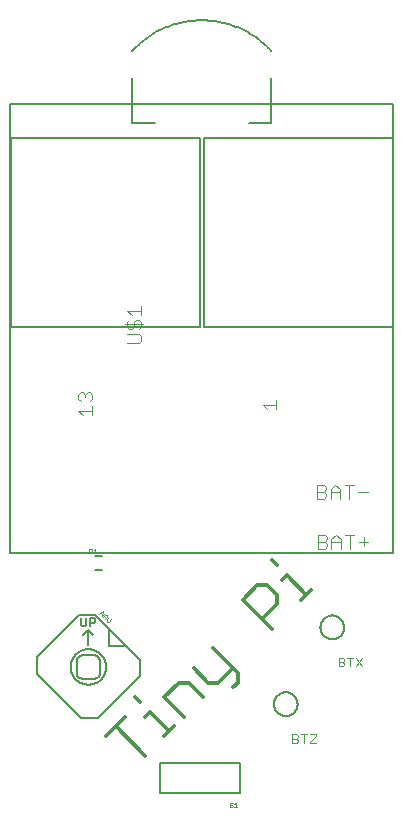
<source format=gto>
G75*
%MOIN*%
%OFA0B0*%
%FSLAX25Y25*%
%IPPOS*%
%LPD*%
%AMOC8*
5,1,8,0,0,1.08239X$1,22.5*
%
%ADD10C,0.01200*%
%ADD11C,0.00100*%
%ADD12C,0.00800*%
%ADD13C,0.00600*%
%ADD14C,0.00400*%
%ADD15C,0.00500*%
%ADD16C,0.00300*%
D10*
X0033500Y0029585D02*
X0040011Y0036096D01*
X0036755Y0032840D02*
X0046522Y0023074D01*
X0046522Y0036096D02*
X0048150Y0037724D01*
X0054661Y0031213D01*
X0056288Y0032840D02*
X0053033Y0029585D01*
X0059544Y0036096D02*
X0053033Y0042607D01*
X0057916Y0047490D01*
X0061171Y0047490D01*
X0066055Y0042607D01*
X0067682Y0047490D02*
X0070938Y0047490D01*
X0075821Y0052373D01*
X0077449Y0050746D02*
X0077449Y0047490D01*
X0075821Y0045862D01*
X0077449Y0050746D02*
X0069310Y0058884D01*
X0062799Y0052373D02*
X0067682Y0047490D01*
X0088843Y0065395D02*
X0079077Y0075162D01*
X0083960Y0080045D01*
X0087215Y0080045D01*
X0090471Y0076789D01*
X0090471Y0073534D01*
X0085587Y0068651D01*
X0092098Y0081673D02*
X0093726Y0083300D01*
X0100237Y0076789D01*
X0098609Y0075162D02*
X0101865Y0078417D01*
X0090471Y0086556D02*
X0088843Y0088183D01*
X0043266Y0042607D02*
X0044894Y0040979D01*
D11*
X0034513Y0067818D02*
X0033806Y0067818D01*
X0033806Y0068525D01*
X0034513Y0069233D01*
X0033825Y0069213D02*
X0033118Y0068506D01*
X0033648Y0069036D02*
X0032941Y0069744D01*
X0033118Y0069921D02*
X0033825Y0069921D01*
X0033825Y0069213D01*
X0033118Y0069921D02*
X0032410Y0069213D01*
X0032076Y0069547D02*
X0033138Y0070609D01*
X0032430Y0071317D02*
X0032076Y0069547D01*
X0031368Y0070255D02*
X0032430Y0071317D01*
X0035221Y0068525D02*
X0034513Y0067818D01*
X0030503Y0090517D02*
X0029502Y0090517D01*
X0029029Y0090517D02*
X0028529Y0091017D01*
X0028779Y0091017D02*
X0028029Y0091017D01*
X0028029Y0090517D02*
X0028029Y0092018D01*
X0028779Y0092018D01*
X0029029Y0091768D01*
X0029029Y0091267D01*
X0028779Y0091017D01*
X0029502Y0091517D02*
X0030002Y0092018D01*
X0030002Y0090517D01*
X0075021Y0007457D02*
X0074771Y0007207D01*
X0074771Y0006956D01*
X0075021Y0006706D01*
X0075522Y0006706D01*
X0075772Y0006456D01*
X0075772Y0006206D01*
X0075522Y0005956D01*
X0075021Y0005956D01*
X0074771Y0006206D01*
X0075021Y0007457D02*
X0075522Y0007457D01*
X0075772Y0007207D01*
X0076244Y0006956D02*
X0076745Y0007457D01*
X0076745Y0005956D01*
X0077245Y0005956D02*
X0076244Y0005956D01*
D12*
X0025312Y0035596D02*
X0010558Y0050350D01*
X0010558Y0055918D01*
X0024477Y0069837D01*
X0030045Y0069837D01*
X0034638Y0065244D01*
X0040206Y0059676D01*
X0034638Y0059676D01*
X0034638Y0065244D01*
X0029349Y0063295D02*
X0027679Y0064966D01*
X0026008Y0063295D01*
X0027679Y0064966D02*
X0027679Y0059955D01*
X0029607Y0056614D02*
X0025750Y0056614D01*
X0025664Y0056612D01*
X0025578Y0056607D01*
X0025493Y0056597D01*
X0025408Y0056584D01*
X0025324Y0056567D01*
X0025240Y0056547D01*
X0025158Y0056523D01*
X0025077Y0056495D01*
X0024996Y0056464D01*
X0024918Y0056430D01*
X0024841Y0056392D01*
X0024766Y0056350D01*
X0024692Y0056306D01*
X0024621Y0056258D01*
X0024551Y0056207D01*
X0024484Y0056153D01*
X0024420Y0056097D01*
X0024358Y0056037D01*
X0024298Y0055975D01*
X0024242Y0055911D01*
X0024188Y0055844D01*
X0024137Y0055774D01*
X0024089Y0055703D01*
X0024045Y0055630D01*
X0024003Y0055554D01*
X0023965Y0055477D01*
X0023931Y0055399D01*
X0023900Y0055318D01*
X0023872Y0055237D01*
X0023848Y0055155D01*
X0023828Y0055071D01*
X0023811Y0054987D01*
X0023798Y0054902D01*
X0023788Y0054817D01*
X0023783Y0054731D01*
X0023781Y0054645D01*
X0023781Y0050788D01*
X0023783Y0050702D01*
X0023788Y0050616D01*
X0023798Y0050531D01*
X0023811Y0050446D01*
X0023828Y0050362D01*
X0023848Y0050278D01*
X0023872Y0050196D01*
X0023900Y0050115D01*
X0023931Y0050034D01*
X0023965Y0049956D01*
X0024003Y0049879D01*
X0024045Y0049804D01*
X0024089Y0049730D01*
X0024137Y0049659D01*
X0024188Y0049589D01*
X0024242Y0049522D01*
X0024298Y0049458D01*
X0024358Y0049396D01*
X0024420Y0049336D01*
X0024484Y0049280D01*
X0024551Y0049226D01*
X0024621Y0049175D01*
X0024692Y0049127D01*
X0024765Y0049083D01*
X0024841Y0049041D01*
X0024918Y0049003D01*
X0024996Y0048969D01*
X0025077Y0048938D01*
X0025158Y0048910D01*
X0025240Y0048886D01*
X0025324Y0048866D01*
X0025408Y0048849D01*
X0025493Y0048836D01*
X0025578Y0048826D01*
X0025664Y0048821D01*
X0025750Y0048819D01*
X0029607Y0048819D01*
X0029693Y0048821D01*
X0029779Y0048826D01*
X0029864Y0048836D01*
X0029949Y0048849D01*
X0030033Y0048866D01*
X0030117Y0048886D01*
X0030199Y0048910D01*
X0030280Y0048938D01*
X0030361Y0048969D01*
X0030439Y0049003D01*
X0030516Y0049041D01*
X0030592Y0049083D01*
X0030665Y0049127D01*
X0030736Y0049175D01*
X0030806Y0049226D01*
X0030873Y0049280D01*
X0030937Y0049336D01*
X0030999Y0049396D01*
X0031059Y0049458D01*
X0031115Y0049522D01*
X0031169Y0049589D01*
X0031220Y0049659D01*
X0031268Y0049730D01*
X0031312Y0049804D01*
X0031354Y0049879D01*
X0031392Y0049956D01*
X0031426Y0050034D01*
X0031457Y0050115D01*
X0031485Y0050196D01*
X0031509Y0050278D01*
X0031529Y0050362D01*
X0031546Y0050446D01*
X0031559Y0050531D01*
X0031569Y0050616D01*
X0031574Y0050702D01*
X0031576Y0050788D01*
X0031576Y0054645D01*
X0031574Y0054731D01*
X0031569Y0054817D01*
X0031559Y0054902D01*
X0031546Y0054987D01*
X0031529Y0055071D01*
X0031509Y0055155D01*
X0031485Y0055237D01*
X0031457Y0055318D01*
X0031426Y0055399D01*
X0031392Y0055477D01*
X0031354Y0055554D01*
X0031312Y0055630D01*
X0031268Y0055703D01*
X0031220Y0055774D01*
X0031169Y0055844D01*
X0031115Y0055911D01*
X0031059Y0055975D01*
X0030999Y0056037D01*
X0030937Y0056097D01*
X0030873Y0056153D01*
X0030806Y0056207D01*
X0030736Y0056258D01*
X0030665Y0056306D01*
X0030592Y0056350D01*
X0030516Y0056392D01*
X0030439Y0056430D01*
X0030361Y0056464D01*
X0030280Y0056495D01*
X0030199Y0056523D01*
X0030117Y0056547D01*
X0030033Y0056567D01*
X0029949Y0056584D01*
X0029864Y0056597D01*
X0029779Y0056607D01*
X0029693Y0056612D01*
X0029607Y0056614D01*
X0021773Y0052717D02*
X0021775Y0052870D01*
X0021781Y0053024D01*
X0021791Y0053177D01*
X0021805Y0053329D01*
X0021823Y0053482D01*
X0021845Y0053633D01*
X0021870Y0053784D01*
X0021900Y0053935D01*
X0021934Y0054085D01*
X0021971Y0054233D01*
X0022012Y0054381D01*
X0022057Y0054527D01*
X0022106Y0054673D01*
X0022159Y0054817D01*
X0022215Y0054959D01*
X0022275Y0055100D01*
X0022339Y0055240D01*
X0022406Y0055378D01*
X0022477Y0055514D01*
X0022552Y0055648D01*
X0022629Y0055780D01*
X0022711Y0055910D01*
X0022795Y0056038D01*
X0022883Y0056164D01*
X0022974Y0056287D01*
X0023068Y0056408D01*
X0023166Y0056526D01*
X0023266Y0056642D01*
X0023370Y0056755D01*
X0023476Y0056866D01*
X0023585Y0056974D01*
X0023697Y0057079D01*
X0023811Y0057180D01*
X0023929Y0057279D01*
X0024048Y0057375D01*
X0024170Y0057468D01*
X0024295Y0057557D01*
X0024422Y0057644D01*
X0024551Y0057726D01*
X0024682Y0057806D01*
X0024815Y0057882D01*
X0024950Y0057955D01*
X0025087Y0058024D01*
X0025226Y0058089D01*
X0025366Y0058151D01*
X0025508Y0058209D01*
X0025651Y0058264D01*
X0025796Y0058315D01*
X0025942Y0058362D01*
X0026089Y0058405D01*
X0026237Y0058444D01*
X0026386Y0058480D01*
X0026536Y0058511D01*
X0026687Y0058539D01*
X0026838Y0058563D01*
X0026991Y0058583D01*
X0027143Y0058599D01*
X0027296Y0058611D01*
X0027449Y0058619D01*
X0027602Y0058623D01*
X0027756Y0058623D01*
X0027909Y0058619D01*
X0028062Y0058611D01*
X0028215Y0058599D01*
X0028367Y0058583D01*
X0028520Y0058563D01*
X0028671Y0058539D01*
X0028822Y0058511D01*
X0028972Y0058480D01*
X0029121Y0058444D01*
X0029269Y0058405D01*
X0029416Y0058362D01*
X0029562Y0058315D01*
X0029707Y0058264D01*
X0029850Y0058209D01*
X0029992Y0058151D01*
X0030132Y0058089D01*
X0030271Y0058024D01*
X0030408Y0057955D01*
X0030543Y0057882D01*
X0030676Y0057806D01*
X0030807Y0057726D01*
X0030936Y0057644D01*
X0031063Y0057557D01*
X0031188Y0057468D01*
X0031310Y0057375D01*
X0031429Y0057279D01*
X0031547Y0057180D01*
X0031661Y0057079D01*
X0031773Y0056974D01*
X0031882Y0056866D01*
X0031988Y0056755D01*
X0032092Y0056642D01*
X0032192Y0056526D01*
X0032290Y0056408D01*
X0032384Y0056287D01*
X0032475Y0056164D01*
X0032563Y0056038D01*
X0032647Y0055910D01*
X0032729Y0055780D01*
X0032806Y0055648D01*
X0032881Y0055514D01*
X0032952Y0055378D01*
X0033019Y0055240D01*
X0033083Y0055100D01*
X0033143Y0054959D01*
X0033199Y0054817D01*
X0033252Y0054673D01*
X0033301Y0054527D01*
X0033346Y0054381D01*
X0033387Y0054233D01*
X0033424Y0054085D01*
X0033458Y0053935D01*
X0033488Y0053784D01*
X0033513Y0053633D01*
X0033535Y0053482D01*
X0033553Y0053329D01*
X0033567Y0053177D01*
X0033577Y0053024D01*
X0033583Y0052870D01*
X0033585Y0052717D01*
X0033583Y0052564D01*
X0033577Y0052410D01*
X0033567Y0052257D01*
X0033553Y0052105D01*
X0033535Y0051952D01*
X0033513Y0051801D01*
X0033488Y0051650D01*
X0033458Y0051499D01*
X0033424Y0051349D01*
X0033387Y0051201D01*
X0033346Y0051053D01*
X0033301Y0050907D01*
X0033252Y0050761D01*
X0033199Y0050617D01*
X0033143Y0050475D01*
X0033083Y0050334D01*
X0033019Y0050194D01*
X0032952Y0050056D01*
X0032881Y0049920D01*
X0032806Y0049786D01*
X0032729Y0049654D01*
X0032647Y0049524D01*
X0032563Y0049396D01*
X0032475Y0049270D01*
X0032384Y0049147D01*
X0032290Y0049026D01*
X0032192Y0048908D01*
X0032092Y0048792D01*
X0031988Y0048679D01*
X0031882Y0048568D01*
X0031773Y0048460D01*
X0031661Y0048355D01*
X0031547Y0048254D01*
X0031429Y0048155D01*
X0031310Y0048059D01*
X0031188Y0047966D01*
X0031063Y0047877D01*
X0030936Y0047790D01*
X0030807Y0047708D01*
X0030676Y0047628D01*
X0030543Y0047552D01*
X0030408Y0047479D01*
X0030271Y0047410D01*
X0030132Y0047345D01*
X0029992Y0047283D01*
X0029850Y0047225D01*
X0029707Y0047170D01*
X0029562Y0047119D01*
X0029416Y0047072D01*
X0029269Y0047029D01*
X0029121Y0046990D01*
X0028972Y0046954D01*
X0028822Y0046923D01*
X0028671Y0046895D01*
X0028520Y0046871D01*
X0028367Y0046851D01*
X0028215Y0046835D01*
X0028062Y0046823D01*
X0027909Y0046815D01*
X0027756Y0046811D01*
X0027602Y0046811D01*
X0027449Y0046815D01*
X0027296Y0046823D01*
X0027143Y0046835D01*
X0026991Y0046851D01*
X0026838Y0046871D01*
X0026687Y0046895D01*
X0026536Y0046923D01*
X0026386Y0046954D01*
X0026237Y0046990D01*
X0026089Y0047029D01*
X0025942Y0047072D01*
X0025796Y0047119D01*
X0025651Y0047170D01*
X0025508Y0047225D01*
X0025366Y0047283D01*
X0025226Y0047345D01*
X0025087Y0047410D01*
X0024950Y0047479D01*
X0024815Y0047552D01*
X0024682Y0047628D01*
X0024551Y0047708D01*
X0024422Y0047790D01*
X0024295Y0047877D01*
X0024170Y0047966D01*
X0024048Y0048059D01*
X0023929Y0048155D01*
X0023811Y0048254D01*
X0023697Y0048355D01*
X0023585Y0048460D01*
X0023476Y0048568D01*
X0023370Y0048679D01*
X0023266Y0048792D01*
X0023166Y0048908D01*
X0023068Y0049026D01*
X0022974Y0049147D01*
X0022883Y0049270D01*
X0022795Y0049396D01*
X0022711Y0049524D01*
X0022629Y0049654D01*
X0022552Y0049786D01*
X0022477Y0049920D01*
X0022406Y0050056D01*
X0022339Y0050194D01*
X0022275Y0050334D01*
X0022215Y0050475D01*
X0022159Y0050617D01*
X0022106Y0050761D01*
X0022057Y0050907D01*
X0022012Y0051053D01*
X0021971Y0051201D01*
X0021934Y0051349D01*
X0021900Y0051499D01*
X0021870Y0051650D01*
X0021845Y0051801D01*
X0021823Y0051952D01*
X0021805Y0052105D01*
X0021791Y0052257D01*
X0021781Y0052410D01*
X0021775Y0052564D01*
X0021773Y0052717D01*
X0025312Y0035596D02*
X0030880Y0035596D01*
X0044799Y0049515D01*
X0044799Y0055083D01*
X0040206Y0059676D01*
X0051690Y0020835D02*
X0078068Y0020835D01*
X0078068Y0010598D01*
X0051690Y0010598D01*
X0051690Y0020835D01*
X0049730Y0233975D02*
X0042250Y0233975D01*
X0042250Y0249132D01*
X0042251Y0257991D02*
X0042776Y0258552D01*
X0043315Y0259099D01*
X0043867Y0259634D01*
X0044432Y0260155D01*
X0045010Y0260661D01*
X0045600Y0261154D01*
X0046201Y0261632D01*
X0046814Y0262095D01*
X0047439Y0262543D01*
X0048074Y0262976D01*
X0048719Y0263393D01*
X0049374Y0263795D01*
X0050039Y0264180D01*
X0050714Y0264548D01*
X0051396Y0264901D01*
X0052088Y0265236D01*
X0052787Y0265554D01*
X0053494Y0265856D01*
X0054208Y0266140D01*
X0054929Y0266406D01*
X0055656Y0266655D01*
X0056389Y0266886D01*
X0057127Y0267099D01*
X0057871Y0267294D01*
X0058618Y0267470D01*
X0059370Y0267628D01*
X0060126Y0267768D01*
X0060885Y0267890D01*
X0061646Y0267993D01*
X0062410Y0268077D01*
X0063176Y0268143D01*
X0063943Y0268189D01*
X0064711Y0268218D01*
X0065479Y0268227D01*
X0066247Y0268218D01*
X0067015Y0268189D01*
X0067782Y0268143D01*
X0068548Y0268077D01*
X0069312Y0267993D01*
X0070073Y0267890D01*
X0070832Y0267768D01*
X0071588Y0267628D01*
X0072340Y0267470D01*
X0073087Y0267294D01*
X0073831Y0267099D01*
X0074569Y0266886D01*
X0075302Y0266655D01*
X0076029Y0266406D01*
X0076750Y0266140D01*
X0077464Y0265856D01*
X0078171Y0265554D01*
X0078870Y0265236D01*
X0079562Y0264901D01*
X0080244Y0264548D01*
X0080919Y0264180D01*
X0081584Y0263795D01*
X0082239Y0263393D01*
X0082884Y0262976D01*
X0083519Y0262543D01*
X0084144Y0262095D01*
X0084757Y0261632D01*
X0085358Y0261154D01*
X0085948Y0260661D01*
X0086526Y0260155D01*
X0087091Y0259634D01*
X0087643Y0259099D01*
X0088182Y0258552D01*
X0088707Y0257991D01*
X0088707Y0249132D02*
X0088707Y0233975D01*
X0081227Y0233975D01*
D13*
X0032160Y0089579D02*
X0029797Y0089579D01*
X0029797Y0084854D02*
X0032160Y0084854D01*
X0029442Y0068981D02*
X0028141Y0068981D01*
X0028141Y0066379D01*
X0028141Y0067247D02*
X0029442Y0067247D01*
X0029876Y0067680D01*
X0029876Y0068548D01*
X0029442Y0068981D01*
X0026929Y0068981D02*
X0026929Y0066813D01*
X0026496Y0066379D01*
X0025628Y0066379D01*
X0025195Y0066813D01*
X0025195Y0068981D01*
D14*
X0025889Y0136583D02*
X0024354Y0138117D01*
X0028958Y0138117D01*
X0028958Y0136583D02*
X0028958Y0139652D01*
X0028191Y0141187D02*
X0028958Y0141954D01*
X0028958Y0143489D01*
X0028191Y0144256D01*
X0027423Y0144256D01*
X0026656Y0143489D01*
X0026656Y0142721D01*
X0026656Y0143489D02*
X0025889Y0144256D01*
X0025121Y0144256D01*
X0024354Y0143489D01*
X0024354Y0141954D01*
X0025121Y0141187D01*
X0039807Y0166855D02*
X0045946Y0166855D01*
X0045179Y0166088D02*
X0045179Y0167622D01*
X0044411Y0168390D01*
X0043644Y0168390D01*
X0042877Y0167622D01*
X0042877Y0166088D01*
X0042109Y0165320D01*
X0041342Y0165320D01*
X0040575Y0166088D01*
X0040575Y0167622D01*
X0041342Y0168390D01*
X0042109Y0169924D02*
X0040575Y0171459D01*
X0045179Y0171459D01*
X0045179Y0169924D02*
X0045179Y0172994D01*
X0045179Y0166088D02*
X0044411Y0165320D01*
X0044411Y0163786D02*
X0040575Y0163786D01*
X0040575Y0160717D02*
X0044411Y0160717D01*
X0045179Y0161484D01*
X0045179Y0163018D01*
X0044411Y0163786D01*
X0085771Y0140086D02*
X0090375Y0140086D01*
X0090375Y0141620D02*
X0090375Y0138551D01*
X0087306Y0138551D02*
X0085771Y0140086D01*
X0103905Y0113415D02*
X0103905Y0108811D01*
X0106207Y0108811D01*
X0106975Y0109578D01*
X0106975Y0110346D01*
X0106207Y0111113D01*
X0103905Y0111113D01*
X0103905Y0113415D02*
X0106207Y0113415D01*
X0106975Y0112648D01*
X0106975Y0111880D01*
X0106207Y0111113D01*
X0108509Y0111113D02*
X0111579Y0111113D01*
X0111579Y0111880D02*
X0111579Y0108811D01*
X0111579Y0111880D02*
X0110044Y0113415D01*
X0108509Y0111880D01*
X0108509Y0108811D01*
X0113113Y0113415D02*
X0116182Y0113415D01*
X0117717Y0111113D02*
X0120786Y0111113D01*
X0114648Y0108811D02*
X0114648Y0113415D01*
X0114848Y0096715D02*
X0114848Y0092111D01*
X0117917Y0094413D02*
X0120986Y0094413D01*
X0119452Y0095948D02*
X0119452Y0092878D01*
X0116382Y0096715D02*
X0113313Y0096715D01*
X0111779Y0095180D02*
X0111779Y0092111D01*
X0111779Y0094413D02*
X0108709Y0094413D01*
X0108709Y0095180D02*
X0110244Y0096715D01*
X0111779Y0095180D01*
X0108709Y0095180D02*
X0108709Y0092111D01*
X0107175Y0092878D02*
X0107175Y0093646D01*
X0106407Y0094413D01*
X0104105Y0094413D01*
X0104105Y0092111D02*
X0104105Y0096715D01*
X0106407Y0096715D01*
X0107175Y0095948D01*
X0107175Y0095180D01*
X0106407Y0094413D01*
X0107175Y0092878D02*
X0106407Y0092111D01*
X0104105Y0092111D01*
D15*
X0105042Y0065917D02*
X0105044Y0066042D01*
X0105050Y0066167D01*
X0105060Y0066291D01*
X0105074Y0066415D01*
X0105091Y0066539D01*
X0105113Y0066662D01*
X0105139Y0066784D01*
X0105168Y0066906D01*
X0105201Y0067026D01*
X0105239Y0067145D01*
X0105279Y0067264D01*
X0105324Y0067380D01*
X0105372Y0067495D01*
X0105424Y0067609D01*
X0105480Y0067721D01*
X0105539Y0067831D01*
X0105601Y0067939D01*
X0105667Y0068046D01*
X0105736Y0068150D01*
X0105809Y0068251D01*
X0105884Y0068351D01*
X0105963Y0068448D01*
X0106045Y0068542D01*
X0106130Y0068634D01*
X0106217Y0068723D01*
X0106308Y0068809D01*
X0106401Y0068892D01*
X0106497Y0068973D01*
X0106595Y0069050D01*
X0106695Y0069124D01*
X0106798Y0069195D01*
X0106903Y0069262D01*
X0107011Y0069327D01*
X0107120Y0069387D01*
X0107231Y0069445D01*
X0107344Y0069498D01*
X0107458Y0069548D01*
X0107574Y0069595D01*
X0107691Y0069637D01*
X0107810Y0069676D01*
X0107930Y0069712D01*
X0108051Y0069743D01*
X0108173Y0069771D01*
X0108295Y0069794D01*
X0108419Y0069814D01*
X0108543Y0069830D01*
X0108667Y0069842D01*
X0108792Y0069850D01*
X0108917Y0069854D01*
X0109041Y0069854D01*
X0109166Y0069850D01*
X0109291Y0069842D01*
X0109415Y0069830D01*
X0109539Y0069814D01*
X0109663Y0069794D01*
X0109785Y0069771D01*
X0109907Y0069743D01*
X0110028Y0069712D01*
X0110148Y0069676D01*
X0110267Y0069637D01*
X0110384Y0069595D01*
X0110500Y0069548D01*
X0110614Y0069498D01*
X0110727Y0069445D01*
X0110838Y0069387D01*
X0110948Y0069327D01*
X0111055Y0069262D01*
X0111160Y0069195D01*
X0111263Y0069124D01*
X0111363Y0069050D01*
X0111461Y0068973D01*
X0111557Y0068892D01*
X0111650Y0068809D01*
X0111741Y0068723D01*
X0111828Y0068634D01*
X0111913Y0068542D01*
X0111995Y0068448D01*
X0112074Y0068351D01*
X0112149Y0068251D01*
X0112222Y0068150D01*
X0112291Y0068046D01*
X0112357Y0067939D01*
X0112419Y0067831D01*
X0112478Y0067721D01*
X0112534Y0067609D01*
X0112586Y0067495D01*
X0112634Y0067380D01*
X0112679Y0067264D01*
X0112719Y0067145D01*
X0112757Y0067026D01*
X0112790Y0066906D01*
X0112819Y0066784D01*
X0112845Y0066662D01*
X0112867Y0066539D01*
X0112884Y0066415D01*
X0112898Y0066291D01*
X0112908Y0066167D01*
X0112914Y0066042D01*
X0112916Y0065917D01*
X0112914Y0065792D01*
X0112908Y0065667D01*
X0112898Y0065543D01*
X0112884Y0065419D01*
X0112867Y0065295D01*
X0112845Y0065172D01*
X0112819Y0065050D01*
X0112790Y0064928D01*
X0112757Y0064808D01*
X0112719Y0064689D01*
X0112679Y0064570D01*
X0112634Y0064454D01*
X0112586Y0064339D01*
X0112534Y0064225D01*
X0112478Y0064113D01*
X0112419Y0064003D01*
X0112357Y0063895D01*
X0112291Y0063788D01*
X0112222Y0063684D01*
X0112149Y0063583D01*
X0112074Y0063483D01*
X0111995Y0063386D01*
X0111913Y0063292D01*
X0111828Y0063200D01*
X0111741Y0063111D01*
X0111650Y0063025D01*
X0111557Y0062942D01*
X0111461Y0062861D01*
X0111363Y0062784D01*
X0111263Y0062710D01*
X0111160Y0062639D01*
X0111055Y0062572D01*
X0110947Y0062507D01*
X0110838Y0062447D01*
X0110727Y0062389D01*
X0110614Y0062336D01*
X0110500Y0062286D01*
X0110384Y0062239D01*
X0110267Y0062197D01*
X0110148Y0062158D01*
X0110028Y0062122D01*
X0109907Y0062091D01*
X0109785Y0062063D01*
X0109663Y0062040D01*
X0109539Y0062020D01*
X0109415Y0062004D01*
X0109291Y0061992D01*
X0109166Y0061984D01*
X0109041Y0061980D01*
X0108917Y0061980D01*
X0108792Y0061984D01*
X0108667Y0061992D01*
X0108543Y0062004D01*
X0108419Y0062020D01*
X0108295Y0062040D01*
X0108173Y0062063D01*
X0108051Y0062091D01*
X0107930Y0062122D01*
X0107810Y0062158D01*
X0107691Y0062197D01*
X0107574Y0062239D01*
X0107458Y0062286D01*
X0107344Y0062336D01*
X0107231Y0062389D01*
X0107120Y0062447D01*
X0107010Y0062507D01*
X0106903Y0062572D01*
X0106798Y0062639D01*
X0106695Y0062710D01*
X0106595Y0062784D01*
X0106497Y0062861D01*
X0106401Y0062942D01*
X0106308Y0063025D01*
X0106217Y0063111D01*
X0106130Y0063200D01*
X0106045Y0063292D01*
X0105963Y0063386D01*
X0105884Y0063483D01*
X0105809Y0063583D01*
X0105736Y0063684D01*
X0105667Y0063788D01*
X0105601Y0063895D01*
X0105539Y0064003D01*
X0105480Y0064113D01*
X0105424Y0064225D01*
X0105372Y0064339D01*
X0105324Y0064454D01*
X0105279Y0064570D01*
X0105239Y0064689D01*
X0105201Y0064808D01*
X0105168Y0064928D01*
X0105139Y0065050D01*
X0105113Y0065172D01*
X0105091Y0065295D01*
X0105074Y0065419D01*
X0105060Y0065543D01*
X0105050Y0065667D01*
X0105044Y0065792D01*
X0105042Y0065917D01*
X0089542Y0040317D02*
X0089544Y0040442D01*
X0089550Y0040567D01*
X0089560Y0040691D01*
X0089574Y0040815D01*
X0089591Y0040939D01*
X0089613Y0041062D01*
X0089639Y0041184D01*
X0089668Y0041306D01*
X0089701Y0041426D01*
X0089739Y0041545D01*
X0089779Y0041664D01*
X0089824Y0041780D01*
X0089872Y0041895D01*
X0089924Y0042009D01*
X0089980Y0042121D01*
X0090039Y0042231D01*
X0090101Y0042339D01*
X0090167Y0042446D01*
X0090236Y0042550D01*
X0090309Y0042651D01*
X0090384Y0042751D01*
X0090463Y0042848D01*
X0090545Y0042942D01*
X0090630Y0043034D01*
X0090717Y0043123D01*
X0090808Y0043209D01*
X0090901Y0043292D01*
X0090997Y0043373D01*
X0091095Y0043450D01*
X0091195Y0043524D01*
X0091298Y0043595D01*
X0091403Y0043662D01*
X0091511Y0043727D01*
X0091620Y0043787D01*
X0091731Y0043845D01*
X0091844Y0043898D01*
X0091958Y0043948D01*
X0092074Y0043995D01*
X0092191Y0044037D01*
X0092310Y0044076D01*
X0092430Y0044112D01*
X0092551Y0044143D01*
X0092673Y0044171D01*
X0092795Y0044194D01*
X0092919Y0044214D01*
X0093043Y0044230D01*
X0093167Y0044242D01*
X0093292Y0044250D01*
X0093417Y0044254D01*
X0093541Y0044254D01*
X0093666Y0044250D01*
X0093791Y0044242D01*
X0093915Y0044230D01*
X0094039Y0044214D01*
X0094163Y0044194D01*
X0094285Y0044171D01*
X0094407Y0044143D01*
X0094528Y0044112D01*
X0094648Y0044076D01*
X0094767Y0044037D01*
X0094884Y0043995D01*
X0095000Y0043948D01*
X0095114Y0043898D01*
X0095227Y0043845D01*
X0095338Y0043787D01*
X0095448Y0043727D01*
X0095555Y0043662D01*
X0095660Y0043595D01*
X0095763Y0043524D01*
X0095863Y0043450D01*
X0095961Y0043373D01*
X0096057Y0043292D01*
X0096150Y0043209D01*
X0096241Y0043123D01*
X0096328Y0043034D01*
X0096413Y0042942D01*
X0096495Y0042848D01*
X0096574Y0042751D01*
X0096649Y0042651D01*
X0096722Y0042550D01*
X0096791Y0042446D01*
X0096857Y0042339D01*
X0096919Y0042231D01*
X0096978Y0042121D01*
X0097034Y0042009D01*
X0097086Y0041895D01*
X0097134Y0041780D01*
X0097179Y0041664D01*
X0097219Y0041545D01*
X0097257Y0041426D01*
X0097290Y0041306D01*
X0097319Y0041184D01*
X0097345Y0041062D01*
X0097367Y0040939D01*
X0097384Y0040815D01*
X0097398Y0040691D01*
X0097408Y0040567D01*
X0097414Y0040442D01*
X0097416Y0040317D01*
X0097414Y0040192D01*
X0097408Y0040067D01*
X0097398Y0039943D01*
X0097384Y0039819D01*
X0097367Y0039695D01*
X0097345Y0039572D01*
X0097319Y0039450D01*
X0097290Y0039328D01*
X0097257Y0039208D01*
X0097219Y0039089D01*
X0097179Y0038970D01*
X0097134Y0038854D01*
X0097086Y0038739D01*
X0097034Y0038625D01*
X0096978Y0038513D01*
X0096919Y0038403D01*
X0096857Y0038295D01*
X0096791Y0038188D01*
X0096722Y0038084D01*
X0096649Y0037983D01*
X0096574Y0037883D01*
X0096495Y0037786D01*
X0096413Y0037692D01*
X0096328Y0037600D01*
X0096241Y0037511D01*
X0096150Y0037425D01*
X0096057Y0037342D01*
X0095961Y0037261D01*
X0095863Y0037184D01*
X0095763Y0037110D01*
X0095660Y0037039D01*
X0095555Y0036972D01*
X0095447Y0036907D01*
X0095338Y0036847D01*
X0095227Y0036789D01*
X0095114Y0036736D01*
X0095000Y0036686D01*
X0094884Y0036639D01*
X0094767Y0036597D01*
X0094648Y0036558D01*
X0094528Y0036522D01*
X0094407Y0036491D01*
X0094285Y0036463D01*
X0094163Y0036440D01*
X0094039Y0036420D01*
X0093915Y0036404D01*
X0093791Y0036392D01*
X0093666Y0036384D01*
X0093541Y0036380D01*
X0093417Y0036380D01*
X0093292Y0036384D01*
X0093167Y0036392D01*
X0093043Y0036404D01*
X0092919Y0036420D01*
X0092795Y0036440D01*
X0092673Y0036463D01*
X0092551Y0036491D01*
X0092430Y0036522D01*
X0092310Y0036558D01*
X0092191Y0036597D01*
X0092074Y0036639D01*
X0091958Y0036686D01*
X0091844Y0036736D01*
X0091731Y0036789D01*
X0091620Y0036847D01*
X0091510Y0036907D01*
X0091403Y0036972D01*
X0091298Y0037039D01*
X0091195Y0037110D01*
X0091095Y0037184D01*
X0090997Y0037261D01*
X0090901Y0037342D01*
X0090808Y0037425D01*
X0090717Y0037511D01*
X0090630Y0037600D01*
X0090545Y0037692D01*
X0090463Y0037786D01*
X0090384Y0037883D01*
X0090309Y0037983D01*
X0090236Y0038084D01*
X0090167Y0038188D01*
X0090101Y0038295D01*
X0090039Y0038403D01*
X0089980Y0038513D01*
X0089924Y0038625D01*
X0089872Y0038739D01*
X0089824Y0038854D01*
X0089779Y0038970D01*
X0089739Y0039089D01*
X0089701Y0039208D01*
X0089668Y0039328D01*
X0089639Y0039450D01*
X0089613Y0039572D01*
X0089591Y0039695D01*
X0089574Y0039819D01*
X0089560Y0039943D01*
X0089550Y0040067D01*
X0089544Y0040192D01*
X0089542Y0040317D01*
X0129079Y0090713D02*
X0001678Y0090713D01*
X0001678Y0240320D01*
X0129079Y0240320D01*
X0129079Y0090713D01*
X0129175Y0166120D02*
X0129175Y0229113D01*
X0066182Y0229113D01*
X0066182Y0166120D01*
X0129175Y0166120D01*
X0064775Y0166120D02*
X0064775Y0229113D01*
X0001782Y0229113D01*
X0001782Y0166120D01*
X0064775Y0166120D01*
D16*
X0111089Y0055769D02*
X0112540Y0055769D01*
X0113024Y0055285D01*
X0113024Y0054802D01*
X0112540Y0054318D01*
X0111089Y0054318D01*
X0111089Y0052867D02*
X0111089Y0055769D01*
X0112540Y0054318D02*
X0113024Y0053834D01*
X0113024Y0053350D01*
X0112540Y0052867D01*
X0111089Y0052867D01*
X0114035Y0055769D02*
X0115970Y0055769D01*
X0115003Y0055769D02*
X0115003Y0052867D01*
X0116982Y0052867D02*
X0118917Y0055769D01*
X0116982Y0055769D02*
X0118917Y0052867D01*
X0103417Y0030169D02*
X0103417Y0029685D01*
X0101482Y0027750D01*
X0101482Y0027267D01*
X0103417Y0027267D01*
X0103417Y0030169D02*
X0101482Y0030169D01*
X0100470Y0030169D02*
X0098535Y0030169D01*
X0099503Y0030169D02*
X0099503Y0027267D01*
X0097524Y0027750D02*
X0097040Y0027267D01*
X0095589Y0027267D01*
X0095589Y0030169D01*
X0097040Y0030169D01*
X0097524Y0029685D01*
X0097524Y0029202D01*
X0097040Y0028718D01*
X0095589Y0028718D01*
X0097040Y0028718D02*
X0097524Y0028234D01*
X0097524Y0027750D01*
M02*

</source>
